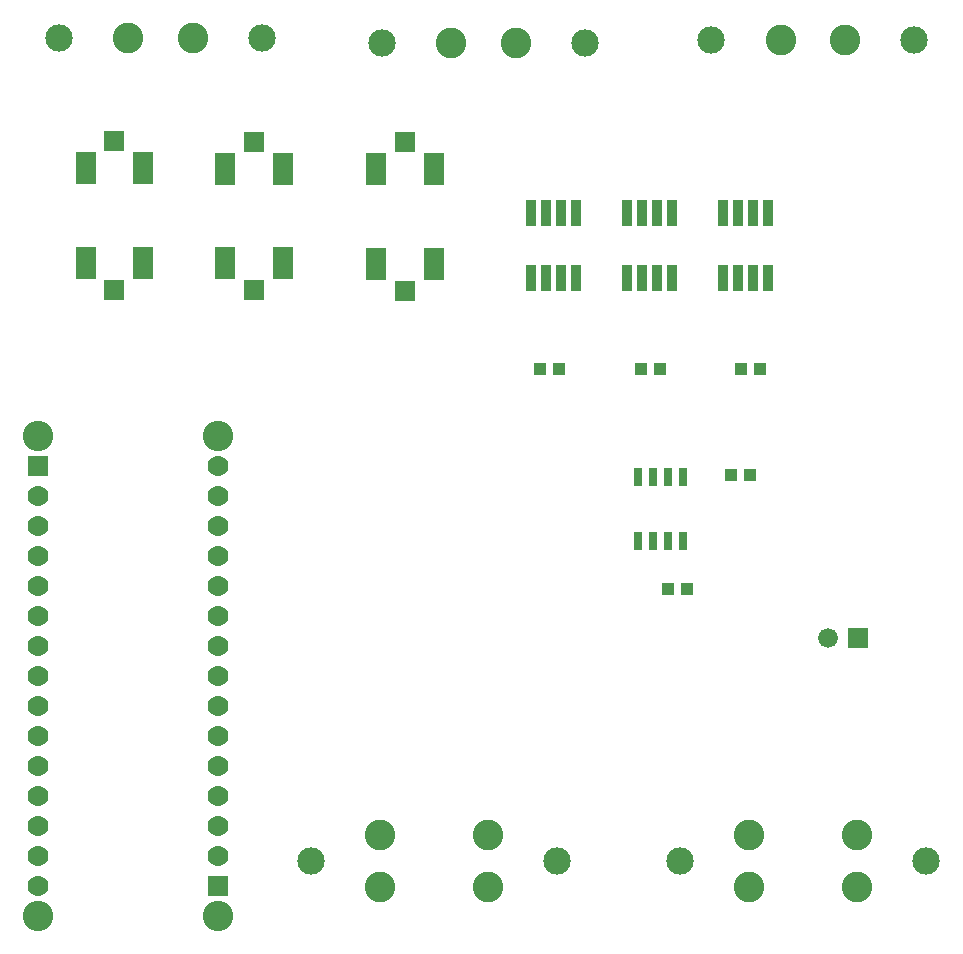
<source format=gts>
G04*
G04 #@! TF.GenerationSoftware,Altium Limited,Altium Designer,19.1.7 (138)*
G04*
G04 Layer_Color=8388736*
%FSLAX25Y25*%
%MOIN*%
G70*
G01*
G75*
%ADD21R,0.02959X0.06404*%
%ADD22R,0.07093X0.10872*%
%ADD23R,0.07093X0.07093*%
%ADD24R,0.03550X0.09061*%
%ADD25R,0.03943X0.04337*%
%ADD26R,0.06955X0.06955*%
%ADD27C,0.06955*%
%ADD28C,0.10144*%
%ADD29C,0.09100*%
%ADD30C,0.10200*%
%ADD31R,0.06601X0.06601*%
%ADD32C,0.06601*%
D21*
X325100Y335523D02*
D03*
X330100D02*
D03*
X335100D02*
D03*
X340100D02*
D03*
Y356877D02*
D03*
X335100D02*
D03*
X330100D02*
D03*
X325100D02*
D03*
D22*
X140800Y459600D02*
D03*
X160091D02*
D03*
X140800Y428143D02*
D03*
X160091D02*
D03*
X206491Y427943D02*
D03*
X187200D02*
D03*
X206491Y459400D02*
D03*
X187200D02*
D03*
X257000Y427800D02*
D03*
X237709D02*
D03*
X257000Y459257D02*
D03*
X237709D02*
D03*
D23*
X150446Y419128D02*
D03*
Y468616D02*
D03*
X196846Y468416D02*
D03*
Y418928D02*
D03*
X247354Y468272D02*
D03*
Y418784D02*
D03*
D24*
X289200Y423200D02*
D03*
X294200D02*
D03*
X299200D02*
D03*
X304200D02*
D03*
X289200Y444853D02*
D03*
X304200D02*
D03*
X299200D02*
D03*
X294200D02*
D03*
X321177Y423200D02*
D03*
X326177D02*
D03*
X331177D02*
D03*
X336177D02*
D03*
X321177Y444853D02*
D03*
X336177D02*
D03*
X331177D02*
D03*
X326177D02*
D03*
X353154Y423200D02*
D03*
X358154D02*
D03*
X363154D02*
D03*
X368154D02*
D03*
X353154Y444853D02*
D03*
X368154D02*
D03*
X363154D02*
D03*
X358154D02*
D03*
D25*
X359450Y392800D02*
D03*
X365750D02*
D03*
X292400D02*
D03*
X298699D02*
D03*
X325925D02*
D03*
X332224D02*
D03*
X341400Y319400D02*
D03*
X335101D02*
D03*
X362400Y357400D02*
D03*
X356101D02*
D03*
D26*
X125000Y360400D02*
D03*
X185000Y220400D02*
D03*
D27*
X125000Y350400D02*
D03*
Y340400D02*
D03*
Y330400D02*
D03*
Y320400D02*
D03*
Y310400D02*
D03*
Y300400D02*
D03*
Y290400D02*
D03*
Y280400D02*
D03*
Y270400D02*
D03*
Y260400D02*
D03*
Y250400D02*
D03*
Y240400D02*
D03*
Y230400D02*
D03*
Y220400D02*
D03*
X185000Y230400D02*
D03*
Y240400D02*
D03*
Y250400D02*
D03*
Y260400D02*
D03*
Y270400D02*
D03*
Y280400D02*
D03*
Y290400D02*
D03*
Y300400D02*
D03*
Y310400D02*
D03*
Y320400D02*
D03*
Y330400D02*
D03*
Y340400D02*
D03*
Y350400D02*
D03*
Y360400D02*
D03*
D28*
X125000Y370400D02*
D03*
X185000D02*
D03*
Y210400D02*
D03*
X125000D02*
D03*
D29*
X339000Y228799D02*
D03*
X421000D02*
D03*
X216050D02*
D03*
X298050D02*
D03*
X307250Y501400D02*
D03*
X239650D02*
D03*
X417050Y502500D02*
D03*
X349450D02*
D03*
X199600Y503000D02*
D03*
X132000D02*
D03*
D30*
X362050Y237549D02*
D03*
X397950D02*
D03*
X362050Y220049D02*
D03*
X397950D02*
D03*
X239100Y237549D02*
D03*
X275000D02*
D03*
X239100Y220049D02*
D03*
X275000D02*
D03*
X262700Y501400D02*
D03*
X284200D02*
D03*
X372500Y502500D02*
D03*
X394000D02*
D03*
X155050Y503000D02*
D03*
X176550D02*
D03*
D31*
X398400Y303200D02*
D03*
D32*
X388400D02*
D03*
M02*

</source>
